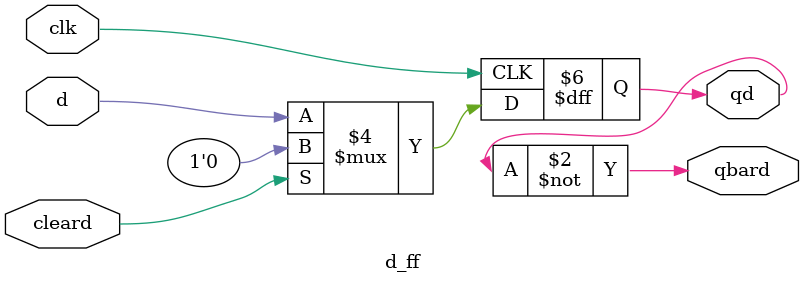
<source format=v>


module t_ff_use_d_ff(t,clk,cleart,qt,qbart);

// declaraing the input and output ports

 input t,clk,cleart;
 output qt;
 output qbart;
 wire x;

 assign x=t^qt;

 d_ff D(x,clk,cleart,qt,qbart);
 
 endmodule

// creating new module for d ff

module d_ff(d,clk,cleard,qd,qbard);
// declaring thr ports;

 input d,clk,cleard;
 output reg qd;
 output qbard;

 always@(posedge clk)
    begin
	  if(cleard)
	   qd<=1'b0;
	  else	
      qd<=d;
    end
  assign qbard=~qd;
endmodule  

</source>
